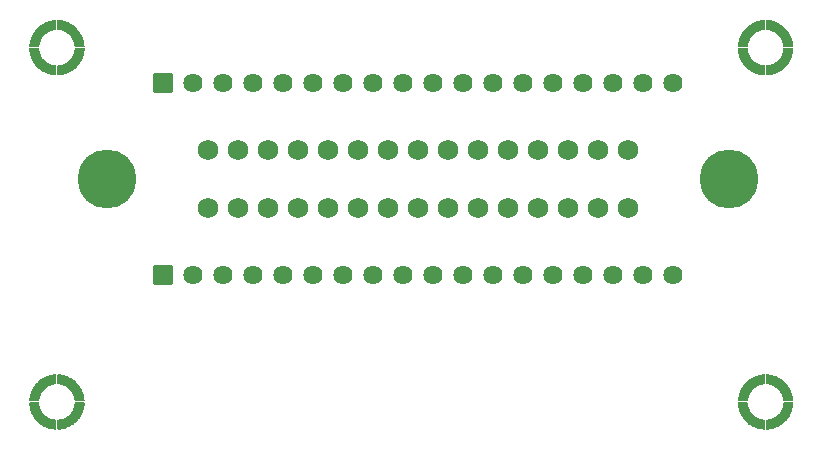
<source format=gts>
G04 Layer: TopSolderMaskLayer*
G04 EasyEDA v6.5.22, 2023-04-21 16:03:43*
G04 4c68439a23b5444c8928c868920feb27,770f932475b44407b2c7c1ef503837d0,10*
G04 Gerber Generator version 0.2*
G04 Scale: 100 percent, Rotated: No, Reflected: No *
G04 Dimensions in millimeters *
G04 leading zeros omitted , absolute positions ,4 integer and 5 decimal *
%FSLAX45Y45*%
%MOMM*%

%AMMACRO1*1,1,$1,$2,$3*1,1,$1,$4,$5*1,1,$1,0-$2,0-$3*1,1,$1,0-$4,0-$5*20,1,$1,$2,$3,$4,$5,0*20,1,$1,$4,$5,0-$2,0-$3,0*20,1,$1,0-$2,0-$3,0-$4,0-$5,0*20,1,$1,0-$4,0-$5,$2,$3,0*4,1,4,$2,$3,$4,$5,0-$2,0-$3,0-$4,0-$5,$2,$3,0*%
%ADD10MACRO1,0.1016X-0.762X0.762X-0.762X-0.762*%
%ADD11C,1.6256*%
%ADD12C,1.7516*%
%ADD13C,4.9766*%

%LPD*%
D10*
G01*
X-5099989Y-1925599D03*
D11*
G01*
X-4845989Y-1925599D03*
G01*
X-4591989Y-1925599D03*
G01*
X-4337989Y-1925599D03*
G01*
X-4083989Y-1925599D03*
G01*
X-3829989Y-1925599D03*
G01*
X-3575989Y-1925599D03*
G01*
X-3321989Y-1925599D03*
G01*
X-3067989Y-1925599D03*
G01*
X-2813989Y-1925599D03*
G01*
X-2559989Y-1925599D03*
G01*
X-2305989Y-1925599D03*
G01*
X-2051989Y-1925599D03*
G01*
X-1797989Y-1925599D03*
G01*
X-1543989Y-1925599D03*
G01*
X-1289989Y-1925599D03*
G01*
X-1035989Y-1925599D03*
G01*
X-781989Y-1925599D03*
D10*
G01*
X-5099989Y-299999D03*
D11*
G01*
X-4845989Y-299999D03*
G01*
X-4591989Y-299999D03*
G01*
X-4337989Y-299999D03*
G01*
X-4083989Y-299999D03*
G01*
X-3829989Y-299999D03*
G01*
X-3575989Y-299999D03*
G01*
X-3321989Y-299999D03*
G01*
X-3067989Y-299999D03*
G01*
X-2813989Y-299999D03*
G01*
X-2559989Y-299999D03*
G01*
X-2305989Y-299999D03*
G01*
X-2051989Y-299999D03*
G01*
X-1797989Y-299999D03*
G01*
X-1543989Y-299999D03*
G01*
X-1289989Y-299999D03*
G01*
X-1035989Y-299999D03*
G01*
X-781989Y-299999D03*
G36*
X-5845350Y4612D02*
G01*
X-5846874Y4866D01*
X-5848144Y5628D01*
X-5849160Y6644D01*
X-5849922Y7914D01*
X-5850430Y9184D01*
X-5850305Y9245D01*
X-5850813Y14833D01*
X-5851575Y20421D01*
X-5851321Y20421D01*
X-5852337Y26009D01*
X-5853353Y31343D01*
X-5854623Y36677D01*
X-5856147Y42265D01*
X-5857671Y47345D01*
X-5861735Y57759D01*
X-5864021Y63093D01*
X-5866307Y67919D01*
X-5868847Y72745D01*
X-5871641Y77571D01*
X-5874689Y82397D01*
X-5877991Y86969D01*
X-5877737Y86969D01*
X-5881293Y91541D01*
X-5884595Y95605D01*
X-5888151Y99923D01*
X-5891961Y103987D01*
X-5896025Y108051D01*
X-5900089Y111861D01*
X-5900089Y111607D01*
X-5904407Y115417D01*
X-5904407Y115516D01*
X-5908725Y118973D01*
X-5913043Y122275D01*
X-5913043Y122021D01*
X-5917615Y125323D01*
X-5922441Y128371D01*
X-5927267Y131165D01*
X-5936919Y135991D01*
X-5941999Y138277D01*
X-5947333Y140563D01*
X-5945568Y145105D01*
X-5947333Y140309D01*
X-5952667Y142341D01*
X-5963335Y145389D01*
X-5968669Y146659D01*
X-5974257Y147675D01*
X-5979591Y148691D01*
X-5990767Y149707D01*
X-5990856Y149611D01*
X-5992126Y150119D01*
X-5993396Y150881D01*
X-5994412Y151897D01*
X-5995174Y153167D01*
X-5995428Y154691D01*
X-5995339Y154787D01*
X-5995339Y229717D01*
X-5995428Y229692D01*
X-5995174Y231216D01*
X-5994412Y232740D01*
X-5993142Y233756D01*
X-5991618Y234518D01*
X-5990094Y234772D01*
X-5990005Y234797D01*
X-5983147Y234289D01*
X-5982893Y234289D01*
X-5976035Y233781D01*
X-5975781Y233527D01*
X-5968923Y232765D01*
X-5968669Y232765D01*
X-5961811Y231749D01*
X-5954953Y230479D01*
X-5954699Y230479D01*
X-5940983Y227431D01*
X-5940729Y227177D01*
X-5934125Y225399D01*
X-5933871Y225399D01*
X-5927267Y223367D01*
X-5920663Y221081D01*
X-5920409Y221081D01*
X-5913805Y218541D01*
X-5907201Y215747D01*
X-5900851Y212953D01*
X-5900597Y212699D01*
X-5894501Y209651D01*
X-5894247Y209651D01*
X-5888151Y206349D01*
X-5887897Y206349D01*
X-5881801Y203047D01*
X-5881801Y202793D01*
X-5875705Y199237D01*
X-5869863Y195427D01*
X-5869609Y195427D01*
X-5864021Y191363D01*
X-5863767Y191363D01*
X-5858179Y187299D01*
X-5858179Y187045D01*
X-5852591Y182727D01*
X-5852337Y182727D01*
X-5841669Y173583D01*
X-5841669Y173329D01*
X-5836589Y168503D01*
X-5836335Y168503D01*
X-5831509Y163677D01*
X-5831509Y163423D01*
X-5826683Y158343D01*
X-5826429Y158343D01*
X-5817285Y147675D01*
X-5817285Y147421D01*
X-5812967Y142087D01*
X-5812967Y141833D01*
X-5808649Y136245D01*
X-5804585Y130403D01*
X-5804585Y130149D01*
X-5800775Y124307D01*
X-5797219Y118211D01*
X-5796965Y118211D01*
X-5793663Y112115D01*
X-5793663Y111861D01*
X-5790361Y105765D01*
X-5787313Y99415D01*
X-5787059Y99161D01*
X-5784265Y92811D01*
X-5781471Y86207D01*
X-5779185Y79603D01*
X-5778931Y79349D01*
X-5776645Y72999D01*
X-5776645Y72745D01*
X-5774613Y66141D01*
X-5774613Y65887D01*
X-5772835Y59283D01*
X-5772835Y59029D01*
X-5771057Y52171D01*
X-5769533Y45313D01*
X-5769533Y45059D01*
X-5768263Y38201D01*
X-5767247Y31343D01*
X-5767247Y31089D01*
X-5766485Y24231D01*
X-5766485Y23977D01*
X-5765723Y17119D01*
X-5765723Y16865D01*
X-5765469Y10007D01*
X-5765269Y9946D01*
X-5765523Y8422D01*
X-5766285Y6898D01*
X-5767301Y5628D01*
X-5768825Y4866D01*
X-5770349Y4612D01*
X-5770295Y4673D01*
X-5845225Y4673D01*
G37*
G36*
X-6009899Y-234772D02*
G01*
X-6009817Y-234594D01*
X-6016929Y-234340D01*
X-6031153Y-232816D01*
X-6038011Y-231800D01*
X-6038265Y-231800D01*
X-6045123Y-230530D01*
X-6045377Y-230530D01*
X-6051981Y-229006D01*
X-6052235Y-229006D01*
X-6065951Y-225450D01*
X-6072809Y-223418D01*
X-6072809Y-223164D01*
X-6079413Y-221132D01*
X-6079667Y-220878D01*
X-6086017Y-218592D01*
X-6086271Y-218338D01*
X-6092621Y-215798D01*
X-6092875Y-215798D01*
X-6105575Y-209702D01*
X-6105829Y-209702D01*
X-6118021Y-203098D01*
X-6118275Y-202844D01*
X-6124117Y-199288D01*
X-6124371Y-199288D01*
X-6130213Y-195478D01*
X-6130213Y-195224D01*
X-6136055Y-191414D01*
X-6136309Y-191414D01*
X-6147485Y-182778D01*
X-6152819Y-178206D01*
X-6153073Y-178206D01*
X-6158153Y-173380D01*
X-6158407Y-173380D01*
X-6163487Y-168554D01*
X-6168567Y-163474D01*
X-6173393Y-158394D01*
X-6177965Y-153060D01*
X-6178219Y-153060D01*
X-6182537Y-147472D01*
X-6182791Y-147472D01*
X-6187109Y-141884D01*
X-6191173Y-136296D01*
X-6191427Y-136042D01*
X-6195237Y-130454D01*
X-6195491Y-130200D01*
X-6199047Y-124358D01*
X-6199301Y-124358D01*
X-6206413Y-112166D01*
X-6206413Y-111912D01*
X-6209715Y-105816D01*
X-6209715Y-105562D01*
X-6212763Y-99466D01*
X-6212763Y-99212D01*
X-6215557Y-92862D01*
X-6215811Y-92608D01*
X-6218351Y-86258D01*
X-6220891Y-79654D01*
X-6220891Y-79400D01*
X-6225463Y-66192D01*
X-6225463Y-65938D01*
X-6227241Y-59334D01*
X-6227241Y-59080D01*
X-6229019Y-52222D01*
X-6230543Y-45364D01*
X-6230543Y-45110D01*
X-6231813Y-38252D01*
X-6232829Y-31140D01*
X-6233591Y-24282D01*
X-6233591Y-24028D01*
X-6234099Y-17170D01*
X-6234353Y-16916D01*
X-6234607Y-10058D01*
X-6234724Y-9946D01*
X-6234470Y-8422D01*
X-6233708Y-6898D01*
X-6232692Y-5628D01*
X-6231168Y-4866D01*
X-6229644Y-4612D01*
X-6229527Y-4724D01*
X-6154597Y-4724D01*
X-6154643Y-4612D01*
X-6153119Y-4866D01*
X-6151849Y-5628D01*
X-6150833Y-6644D01*
X-6150071Y-7914D01*
X-6149563Y-9184D01*
X-6149771Y-9296D01*
X-6149263Y-14884D01*
X-6147739Y-25806D01*
X-6146723Y-31394D01*
X-6145453Y-36728D01*
X-6143929Y-42062D01*
X-6140373Y-52730D01*
X-6138341Y-57810D01*
X-6136055Y-62890D01*
X-6133515Y-67970D01*
X-6133769Y-67970D01*
X-6128181Y-77622D01*
X-6125387Y-82194D01*
X-6122085Y-87020D01*
X-6115481Y-95656D01*
X-6111671Y-99974D01*
X-6111925Y-99974D01*
X-6107861Y-104038D01*
X-6108115Y-104038D01*
X-6104051Y-108102D01*
X-6104051Y-107848D01*
X-6099987Y-111912D01*
X-6099987Y-111658D01*
X-6095669Y-115468D01*
X-6091351Y-119024D01*
X-6091351Y-118770D01*
X-6087033Y-122072D01*
X-6082207Y-125374D01*
X-6077635Y-128422D01*
X-6077635Y-128168D01*
X-6072809Y-131216D01*
X-6072809Y-130962D01*
X-6067729Y-133756D01*
X-6062903Y-136296D01*
X-6062903Y-136042D01*
X-6057823Y-138328D01*
X-6052489Y-140360D01*
X-6047409Y-142392D01*
X-6047409Y-142138D01*
X-6042075Y-143916D01*
X-6036741Y-145440D01*
X-6031153Y-146710D01*
X-6025819Y-147726D01*
X-6020231Y-148488D01*
X-6014897Y-149250D01*
X-6009309Y-149758D01*
X-6009137Y-149611D01*
X-6007867Y-150119D01*
X-6006597Y-150881D01*
X-6005581Y-151897D01*
X-6004819Y-153167D01*
X-6004565Y-154691D01*
X-6004737Y-154584D01*
X-6004737Y-229768D01*
X-6004565Y-229692D01*
X-6004819Y-231216D01*
X-6005581Y-232740D01*
X-6006851Y-233756D01*
X-6008375Y-234518D01*
G37*
G36*
X-6229685Y4569D02*
G01*
X-6231209Y4823D01*
X-6232733Y5585D01*
X-6233749Y6855D01*
X-6234511Y8379D01*
X-6234765Y9903D01*
X-6234607Y10007D01*
X-6234353Y16865D01*
X-6234353Y17119D01*
X-6233591Y23977D01*
X-6233591Y24231D01*
X-6232829Y31089D01*
X-6232829Y31343D01*
X-6231813Y38201D01*
X-6230543Y45059D01*
X-6230543Y45313D01*
X-6229019Y52171D01*
X-6227241Y59029D01*
X-6227241Y59283D01*
X-6225463Y65887D01*
X-6225463Y66141D01*
X-6223431Y72745D01*
X-6223177Y72745D01*
X-6220891Y79349D01*
X-6220891Y79603D01*
X-6218605Y86207D01*
X-6218351Y86207D01*
X-6215811Y92557D01*
X-6215811Y92811D01*
X-6212763Y99161D01*
X-6212763Y99415D01*
X-6209715Y105511D01*
X-6209715Y105765D01*
X-6206413Y111861D01*
X-6206413Y112115D01*
X-6199301Y124307D01*
X-6195491Y130149D01*
X-6195237Y130403D01*
X-6191427Y135991D01*
X-6191173Y136245D01*
X-6187109Y141833D01*
X-6182791Y147421D01*
X-6182791Y147675D01*
X-6178219Y153009D01*
X-6173393Y158343D01*
X-6168567Y163423D01*
X-6163487Y168503D01*
X-6158407Y173329D01*
X-6158153Y173583D01*
X-6153073Y178155D01*
X-6152819Y178155D01*
X-6147485Y182727D01*
X-6136309Y191363D01*
X-6136055Y191363D01*
X-6130467Y195427D01*
X-6130213Y195427D01*
X-6124371Y199237D01*
X-6118275Y202793D01*
X-6118275Y203047D01*
X-6112179Y206349D01*
X-6111925Y206349D01*
X-6105829Y209651D01*
X-6105575Y209651D01*
X-6099479Y212699D01*
X-6099225Y212953D01*
X-6092875Y215747D01*
X-6092621Y215747D01*
X-6086271Y218287D01*
X-6086017Y218541D01*
X-6079667Y220827D01*
X-6079413Y221081D01*
X-6072809Y223113D01*
X-6072809Y223367D01*
X-6065951Y225399D01*
X-6052235Y228955D01*
X-6045377Y230479D01*
X-6045123Y230479D01*
X-6038265Y231749D01*
X-6031153Y232765D01*
X-6024295Y233527D01*
X-6024041Y233527D01*
X-6017183Y234289D01*
X-6016929Y234289D01*
X-6010071Y234543D01*
X-6009939Y234729D01*
X-6008415Y234475D01*
X-6006891Y233713D01*
X-6005621Y232697D01*
X-6004859Y231173D01*
X-6004605Y229649D01*
X-6004737Y229717D01*
X-6004737Y154533D01*
X-6004605Y154647D01*
X-6004859Y153123D01*
X-6005621Y151853D01*
X-6006637Y150837D01*
X-6007907Y150075D01*
X-6009177Y149567D01*
X-6009309Y149707D01*
X-6014897Y149199D01*
X-6020231Y148437D01*
X-6025819Y147675D01*
X-6031407Y146659D01*
X-6036741Y145389D01*
X-6042075Y143865D01*
X-6047663Y142087D01*
X-6047663Y142341D01*
X-6052489Y140309D01*
X-6057823Y138277D01*
X-6063157Y135991D01*
X-6067983Y133705D01*
X-6073063Y130911D01*
X-6077635Y128117D01*
X-6077635Y128371D01*
X-6082207Y125323D01*
X-6087033Y122021D01*
X-6091605Y118719D01*
X-6095923Y115473D01*
X-6095669Y115417D01*
X-6099987Y111607D01*
X-6099987Y111861D01*
X-6104051Y107797D01*
X-6104051Y108051D01*
X-6108115Y103987D01*
X-6107861Y103987D01*
X-6111925Y99923D01*
X-6111671Y99923D01*
X-6115481Y95605D01*
X-6119037Y91287D01*
X-6122339Y86969D01*
X-6122085Y86969D01*
X-6125387Y82143D01*
X-6128435Y77571D01*
X-6131229Y72745D01*
X-6133769Y67919D01*
X-6138341Y57759D01*
X-6142405Y47599D01*
X-6142151Y47599D01*
X-6143929Y42011D01*
X-6145453Y36677D01*
X-6146723Y31343D01*
X-6147739Y25755D01*
X-6149263Y14833D01*
X-6149771Y9245D01*
X-6149604Y9141D01*
X-6150112Y7871D01*
X-6150874Y6601D01*
X-6151890Y5585D01*
X-6153160Y4823D01*
X-6154684Y4569D01*
X-6154597Y4673D01*
X-6229781Y4673D01*
G37*
G36*
X-5990043Y-234726D02*
G01*
X-5991567Y-234472D01*
X-5993091Y-233710D01*
X-5994361Y-232694D01*
X-5995123Y-231170D01*
X-5995377Y-229646D01*
X-5995339Y-229768D01*
X-5995339Y-154584D01*
X-5995377Y-154645D01*
X-5995123Y-153121D01*
X-5994361Y-151851D01*
X-5993345Y-150835D01*
X-5992075Y-150073D01*
X-5990805Y-149565D01*
X-5990767Y-149758D01*
X-5985179Y-149250D01*
X-5979591Y-148488D01*
X-5974257Y-147726D01*
X-5968669Y-146710D01*
X-5963335Y-145440D01*
X-5958001Y-143916D01*
X-5952413Y-142138D01*
X-5952413Y-142392D01*
X-5942253Y-138328D01*
X-5937173Y-136042D01*
X-5931839Y-133502D01*
X-5927013Y-130962D01*
X-5922187Y-128168D01*
X-5917615Y-125120D01*
X-5917615Y-125374D01*
X-5913043Y-122072D01*
X-5913043Y-122326D01*
X-5908471Y-118770D01*
X-5904153Y-115214D01*
X-5904153Y-115468D01*
X-5899835Y-111658D01*
X-5895771Y-107848D01*
X-5891961Y-104038D01*
X-5888151Y-99974D01*
X-5881039Y-91338D01*
X-5877737Y-86766D01*
X-5871641Y-77622D01*
X-5868847Y-72796D01*
X-5866307Y-67716D01*
X-5863767Y-62890D01*
X-5861481Y-57810D01*
X-5861735Y-57810D01*
X-5859703Y-52730D01*
X-5857671Y-47396D01*
X-5855893Y-42316D01*
X-5856147Y-42316D01*
X-5854623Y-36728D01*
X-5853353Y-31140D01*
X-5852337Y-25806D01*
X-5851321Y-20218D01*
X-5850305Y-9296D01*
X-5850379Y-9138D01*
X-5849871Y-7868D01*
X-5849109Y-6598D01*
X-5848093Y-5582D01*
X-5846823Y-4820D01*
X-5845299Y-4566D01*
X-5845225Y-4724D01*
X-5770295Y-4724D01*
X-5770298Y-4566D01*
X-5768774Y-4820D01*
X-5767250Y-5582D01*
X-5766234Y-6852D01*
X-5765472Y-8376D01*
X-5765218Y-9900D01*
X-5765215Y-10058D01*
X-5765723Y-16916D01*
X-5765723Y-17170D01*
X-5766231Y-24028D01*
X-5767247Y-31140D01*
X-5768263Y-37998D01*
X-5768263Y-38252D01*
X-5769533Y-45110D01*
X-5769533Y-45364D01*
X-5772581Y-59080D01*
X-5776645Y-72796D01*
X-5778931Y-79400D01*
X-5778931Y-79654D01*
X-5781471Y-86004D01*
X-5781471Y-86258D01*
X-5784265Y-92608D01*
X-5784265Y-92862D01*
X-5787059Y-99212D01*
X-5790107Y-105562D01*
X-5790361Y-105816D01*
X-5793409Y-111912D01*
X-5793663Y-112166D01*
X-5796965Y-118008D01*
X-5796965Y-118262D01*
X-5800775Y-124104D01*
X-5800775Y-124358D01*
X-5804585Y-130200D01*
X-5804585Y-130454D01*
X-5808649Y-136042D01*
X-5808649Y-136296D01*
X-5812713Y-141884D01*
X-5812967Y-141884D01*
X-5817285Y-147472D01*
X-5821857Y-152806D01*
X-5821857Y-153060D01*
X-5826429Y-158140D01*
X-5826683Y-158394D01*
X-5831255Y-163474D01*
X-5831509Y-163474D01*
X-5836335Y-168554D01*
X-5836589Y-168554D01*
X-5841669Y-173380D01*
X-5847003Y-178206D01*
X-5852337Y-182524D01*
X-5852591Y-182778D01*
X-5857925Y-187096D01*
X-5858179Y-187096D01*
X-5863767Y-191160D01*
X-5863767Y-191414D01*
X-5869609Y-195224D01*
X-5869609Y-195478D01*
X-5875705Y-199288D01*
X-5887897Y-206400D01*
X-5888151Y-206400D01*
X-5894247Y-209702D01*
X-5900597Y-212750D01*
X-5900851Y-212750D01*
X-5907201Y-215798D01*
X-5920409Y-220878D01*
X-5927013Y-223164D01*
X-5927267Y-223164D01*
X-5933871Y-225450D01*
X-5934125Y-225450D01*
X-5940729Y-227228D01*
X-5940983Y-227228D01*
X-5947587Y-229006D01*
X-5947841Y-229006D01*
X-5954699Y-230530D01*
X-5961557Y-231800D01*
X-5961811Y-231800D01*
X-5968669Y-232816D01*
X-5968923Y-232816D01*
X-5975781Y-233578D01*
X-5976035Y-233578D01*
X-5982893Y-234340D01*
X-5983147Y-234340D01*
X-5990005Y-234594D01*
G37*
G36*
X-5845350Y-2995381D02*
G01*
X-5846874Y-2995127D01*
X-5848144Y-2994365D01*
X-5849160Y-2993349D01*
X-5849922Y-2992079D01*
X-5850430Y-2990809D01*
X-5850305Y-2990748D01*
X-5850813Y-2985160D01*
X-5851575Y-2979572D01*
X-5851321Y-2979572D01*
X-5852337Y-2973984D01*
X-5853353Y-2968650D01*
X-5854623Y-2963316D01*
X-5856147Y-2957728D01*
X-5857671Y-2952648D01*
X-5861735Y-2942234D01*
X-5864021Y-2936900D01*
X-5866307Y-2932074D01*
X-5868847Y-2927248D01*
X-5871641Y-2922422D01*
X-5874689Y-2917596D01*
X-5877991Y-2913024D01*
X-5877737Y-2913024D01*
X-5881293Y-2908452D01*
X-5884595Y-2904388D01*
X-5888151Y-2900070D01*
X-5891961Y-2896006D01*
X-5896025Y-2891942D01*
X-5900089Y-2888132D01*
X-5900089Y-2888386D01*
X-5904407Y-2884576D01*
X-5904407Y-2884477D01*
X-5908725Y-2881020D01*
X-5913043Y-2877718D01*
X-5913043Y-2877972D01*
X-5917615Y-2874670D01*
X-5922441Y-2871622D01*
X-5927267Y-2868828D01*
X-5936919Y-2864002D01*
X-5941999Y-2861716D01*
X-5947333Y-2859430D01*
X-5945568Y-2854888D01*
X-5947333Y-2859684D01*
X-5952667Y-2857652D01*
X-5963335Y-2854604D01*
X-5968669Y-2853334D01*
X-5974257Y-2852318D01*
X-5979591Y-2851302D01*
X-5990767Y-2850286D01*
X-5990856Y-2850382D01*
X-5992126Y-2849874D01*
X-5993396Y-2849112D01*
X-5994412Y-2848096D01*
X-5995174Y-2846826D01*
X-5995428Y-2845302D01*
X-5995339Y-2845206D01*
X-5995339Y-2770276D01*
X-5995428Y-2770301D01*
X-5995174Y-2768777D01*
X-5994412Y-2767253D01*
X-5993142Y-2766237D01*
X-5991618Y-2765475D01*
X-5990094Y-2765221D01*
X-5990005Y-2765196D01*
X-5983147Y-2765704D01*
X-5982893Y-2765704D01*
X-5976035Y-2766212D01*
X-5975781Y-2766466D01*
X-5968923Y-2767228D01*
X-5968669Y-2767228D01*
X-5961811Y-2768244D01*
X-5954953Y-2769514D01*
X-5954699Y-2769514D01*
X-5940983Y-2772562D01*
X-5940729Y-2772816D01*
X-5934125Y-2774594D01*
X-5933871Y-2774594D01*
X-5927267Y-2776626D01*
X-5920663Y-2778912D01*
X-5920409Y-2778912D01*
X-5913805Y-2781452D01*
X-5907201Y-2784246D01*
X-5900851Y-2787040D01*
X-5900597Y-2787294D01*
X-5894501Y-2790342D01*
X-5894247Y-2790342D01*
X-5888151Y-2793644D01*
X-5887897Y-2793644D01*
X-5881801Y-2796946D01*
X-5881801Y-2797200D01*
X-5875705Y-2800756D01*
X-5869863Y-2804566D01*
X-5869609Y-2804566D01*
X-5864021Y-2808630D01*
X-5863767Y-2808630D01*
X-5858179Y-2812694D01*
X-5858179Y-2812948D01*
X-5852591Y-2817266D01*
X-5852337Y-2817266D01*
X-5841669Y-2826410D01*
X-5841669Y-2826664D01*
X-5836589Y-2831490D01*
X-5836335Y-2831490D01*
X-5831509Y-2836316D01*
X-5831509Y-2836570D01*
X-5826683Y-2841650D01*
X-5826429Y-2841650D01*
X-5817285Y-2852318D01*
X-5817285Y-2852572D01*
X-5812967Y-2857906D01*
X-5812967Y-2858160D01*
X-5808649Y-2863748D01*
X-5804585Y-2869590D01*
X-5804585Y-2869844D01*
X-5800775Y-2875686D01*
X-5797219Y-2881782D01*
X-5796965Y-2881782D01*
X-5793663Y-2887878D01*
X-5793663Y-2888132D01*
X-5790361Y-2894228D01*
X-5787313Y-2900578D01*
X-5787059Y-2900832D01*
X-5784265Y-2907182D01*
X-5781471Y-2913786D01*
X-5779185Y-2920390D01*
X-5778931Y-2920644D01*
X-5776645Y-2926994D01*
X-5776645Y-2927248D01*
X-5774613Y-2933852D01*
X-5774613Y-2934106D01*
X-5772835Y-2940710D01*
X-5772835Y-2940964D01*
X-5771057Y-2947822D01*
X-5769533Y-2954680D01*
X-5769533Y-2954934D01*
X-5768263Y-2961792D01*
X-5767247Y-2968650D01*
X-5767247Y-2968904D01*
X-5766485Y-2975762D01*
X-5766485Y-2976016D01*
X-5765723Y-2982874D01*
X-5765723Y-2983128D01*
X-5765469Y-2989986D01*
X-5765269Y-2990047D01*
X-5765523Y-2991571D01*
X-5766285Y-2993095D01*
X-5767301Y-2994365D01*
X-5768825Y-2995127D01*
X-5770349Y-2995381D01*
X-5770295Y-2995320D01*
X-5845225Y-2995320D01*
G37*
G36*
X-6009899Y-3234766D02*
G01*
X-6009817Y-3234588D01*
X-6016929Y-3234334D01*
X-6031153Y-3232810D01*
X-6038011Y-3231794D01*
X-6038265Y-3231794D01*
X-6045123Y-3230524D01*
X-6045377Y-3230524D01*
X-6051981Y-3229000D01*
X-6052235Y-3229000D01*
X-6065951Y-3225444D01*
X-6072809Y-3223412D01*
X-6072809Y-3223158D01*
X-6079413Y-3221126D01*
X-6079667Y-3220872D01*
X-6086017Y-3218586D01*
X-6086271Y-3218332D01*
X-6092621Y-3215792D01*
X-6092875Y-3215792D01*
X-6105575Y-3209696D01*
X-6105829Y-3209696D01*
X-6118021Y-3203092D01*
X-6118275Y-3202838D01*
X-6124117Y-3199282D01*
X-6124371Y-3199282D01*
X-6130213Y-3195472D01*
X-6130213Y-3195218D01*
X-6136055Y-3191408D01*
X-6136309Y-3191408D01*
X-6147485Y-3182772D01*
X-6152819Y-3178200D01*
X-6153073Y-3178200D01*
X-6158153Y-3173374D01*
X-6158407Y-3173374D01*
X-6163487Y-3168548D01*
X-6168567Y-3163468D01*
X-6173393Y-3158388D01*
X-6177965Y-3153054D01*
X-6178219Y-3153054D01*
X-6182537Y-3147466D01*
X-6182791Y-3147466D01*
X-6187109Y-3141878D01*
X-6191173Y-3136290D01*
X-6191427Y-3136036D01*
X-6195237Y-3130448D01*
X-6195491Y-3130194D01*
X-6199047Y-3124352D01*
X-6199301Y-3124352D01*
X-6206413Y-3112160D01*
X-6206413Y-3111906D01*
X-6209715Y-3105810D01*
X-6209715Y-3105556D01*
X-6212763Y-3099460D01*
X-6212763Y-3099206D01*
X-6215557Y-3092856D01*
X-6215811Y-3092602D01*
X-6218351Y-3086252D01*
X-6220891Y-3079648D01*
X-6220891Y-3079394D01*
X-6225463Y-3066186D01*
X-6225463Y-3065932D01*
X-6227241Y-3059328D01*
X-6227241Y-3059074D01*
X-6229019Y-3052216D01*
X-6230543Y-3045358D01*
X-6230543Y-3045104D01*
X-6231813Y-3038246D01*
X-6232829Y-3031134D01*
X-6233591Y-3024276D01*
X-6233591Y-3024022D01*
X-6234099Y-3017164D01*
X-6234353Y-3016910D01*
X-6234607Y-3010052D01*
X-6234724Y-3009940D01*
X-6234470Y-3008416D01*
X-6233708Y-3006892D01*
X-6232692Y-3005622D01*
X-6231168Y-3004860D01*
X-6229644Y-3004606D01*
X-6229527Y-3004718D01*
X-6154597Y-3004718D01*
X-6154643Y-3004606D01*
X-6153119Y-3004860D01*
X-6151849Y-3005622D01*
X-6150833Y-3006638D01*
X-6150071Y-3007908D01*
X-6149563Y-3009178D01*
X-6149771Y-3009290D01*
X-6149263Y-3014878D01*
X-6147739Y-3025800D01*
X-6146723Y-3031388D01*
X-6145453Y-3036722D01*
X-6143929Y-3042056D01*
X-6140373Y-3052724D01*
X-6138341Y-3057804D01*
X-6136055Y-3062884D01*
X-6133515Y-3067964D01*
X-6133769Y-3067964D01*
X-6128181Y-3077616D01*
X-6125387Y-3082188D01*
X-6122085Y-3087014D01*
X-6115481Y-3095650D01*
X-6111671Y-3099968D01*
X-6111925Y-3099968D01*
X-6107861Y-3104032D01*
X-6108115Y-3104032D01*
X-6104051Y-3108096D01*
X-6104051Y-3107842D01*
X-6099987Y-3111906D01*
X-6099987Y-3111652D01*
X-6095669Y-3115462D01*
X-6091351Y-3119018D01*
X-6091351Y-3118764D01*
X-6087033Y-3122066D01*
X-6082207Y-3125368D01*
X-6077635Y-3128416D01*
X-6077635Y-3128162D01*
X-6072809Y-3131210D01*
X-6072809Y-3130956D01*
X-6067729Y-3133750D01*
X-6062903Y-3136290D01*
X-6062903Y-3136036D01*
X-6057823Y-3138322D01*
X-6052489Y-3140354D01*
X-6047409Y-3142386D01*
X-6047409Y-3142132D01*
X-6042075Y-3143910D01*
X-6036741Y-3145434D01*
X-6031153Y-3146704D01*
X-6025819Y-3147720D01*
X-6020231Y-3148482D01*
X-6014897Y-3149244D01*
X-6009309Y-3149752D01*
X-6009137Y-3149605D01*
X-6007867Y-3150113D01*
X-6006597Y-3150875D01*
X-6005581Y-3151891D01*
X-6004819Y-3153161D01*
X-6004565Y-3154685D01*
X-6004737Y-3154578D01*
X-6004737Y-3229762D01*
X-6004565Y-3229686D01*
X-6004819Y-3231210D01*
X-6005581Y-3232734D01*
X-6006851Y-3233750D01*
X-6008375Y-3234512D01*
G37*
G36*
X-6229685Y-2995424D02*
G01*
X-6231209Y-2995170D01*
X-6232733Y-2994408D01*
X-6233749Y-2993138D01*
X-6234511Y-2991614D01*
X-6234765Y-2990090D01*
X-6234607Y-2989986D01*
X-6234353Y-2983128D01*
X-6234353Y-2982874D01*
X-6233591Y-2976016D01*
X-6233591Y-2975762D01*
X-6232829Y-2968904D01*
X-6232829Y-2968650D01*
X-6231813Y-2961792D01*
X-6230543Y-2954934D01*
X-6230543Y-2954680D01*
X-6229019Y-2947822D01*
X-6227241Y-2940964D01*
X-6227241Y-2940710D01*
X-6225463Y-2934106D01*
X-6225463Y-2933852D01*
X-6223431Y-2927248D01*
X-6223177Y-2927248D01*
X-6220891Y-2920644D01*
X-6220891Y-2920390D01*
X-6218605Y-2913786D01*
X-6218351Y-2913786D01*
X-6215811Y-2907436D01*
X-6215811Y-2907182D01*
X-6212763Y-2900832D01*
X-6212763Y-2900578D01*
X-6209715Y-2894482D01*
X-6209715Y-2894228D01*
X-6206413Y-2888132D01*
X-6206413Y-2887878D01*
X-6199301Y-2875686D01*
X-6195491Y-2869844D01*
X-6195237Y-2869590D01*
X-6191427Y-2864002D01*
X-6191173Y-2863748D01*
X-6187109Y-2858160D01*
X-6182791Y-2852572D01*
X-6182791Y-2852318D01*
X-6178219Y-2846984D01*
X-6173393Y-2841650D01*
X-6168567Y-2836570D01*
X-6163487Y-2831490D01*
X-6158407Y-2826664D01*
X-6158153Y-2826410D01*
X-6153073Y-2821838D01*
X-6152819Y-2821838D01*
X-6147485Y-2817266D01*
X-6136309Y-2808630D01*
X-6136055Y-2808630D01*
X-6130467Y-2804566D01*
X-6130213Y-2804566D01*
X-6124371Y-2800756D01*
X-6118275Y-2797200D01*
X-6118275Y-2796946D01*
X-6112179Y-2793644D01*
X-6111925Y-2793644D01*
X-6105829Y-2790342D01*
X-6105575Y-2790342D01*
X-6099479Y-2787294D01*
X-6099225Y-2787040D01*
X-6092875Y-2784246D01*
X-6092621Y-2784246D01*
X-6086271Y-2781706D01*
X-6086017Y-2781452D01*
X-6079667Y-2779166D01*
X-6079413Y-2778912D01*
X-6072809Y-2776880D01*
X-6072809Y-2776626D01*
X-6065951Y-2774594D01*
X-6052235Y-2771038D01*
X-6045377Y-2769514D01*
X-6045123Y-2769514D01*
X-6038265Y-2768244D01*
X-6031153Y-2767228D01*
X-6024295Y-2766466D01*
X-6024041Y-2766466D01*
X-6017183Y-2765704D01*
X-6016929Y-2765704D01*
X-6010071Y-2765450D01*
X-6009939Y-2765264D01*
X-6008415Y-2765518D01*
X-6006891Y-2766280D01*
X-6005621Y-2767296D01*
X-6004859Y-2768820D01*
X-6004605Y-2770344D01*
X-6004737Y-2770276D01*
X-6004737Y-2845460D01*
X-6004605Y-2845346D01*
X-6004859Y-2846870D01*
X-6005621Y-2848140D01*
X-6006637Y-2849156D01*
X-6007907Y-2849918D01*
X-6009177Y-2850426D01*
X-6009309Y-2850286D01*
X-6014897Y-2850794D01*
X-6020231Y-2851556D01*
X-6025819Y-2852318D01*
X-6031407Y-2853334D01*
X-6036741Y-2854604D01*
X-6042075Y-2856128D01*
X-6047663Y-2857906D01*
X-6047663Y-2857652D01*
X-6052489Y-2859684D01*
X-6057823Y-2861716D01*
X-6063157Y-2864002D01*
X-6067983Y-2866288D01*
X-6073063Y-2869082D01*
X-6077635Y-2871876D01*
X-6077635Y-2871622D01*
X-6082207Y-2874670D01*
X-6087033Y-2877972D01*
X-6091605Y-2881274D01*
X-6095923Y-2884520D01*
X-6095669Y-2884576D01*
X-6099987Y-2888386D01*
X-6099987Y-2888132D01*
X-6104051Y-2892196D01*
X-6104051Y-2891942D01*
X-6108115Y-2896006D01*
X-6107861Y-2896006D01*
X-6111925Y-2900070D01*
X-6111671Y-2900070D01*
X-6115481Y-2904388D01*
X-6119037Y-2908706D01*
X-6122339Y-2913024D01*
X-6122085Y-2913024D01*
X-6125387Y-2917850D01*
X-6128435Y-2922422D01*
X-6131229Y-2927248D01*
X-6133769Y-2932074D01*
X-6138341Y-2942234D01*
X-6142405Y-2952394D01*
X-6142151Y-2952394D01*
X-6143929Y-2957982D01*
X-6145453Y-2963316D01*
X-6146723Y-2968650D01*
X-6147739Y-2974238D01*
X-6149263Y-2985160D01*
X-6149771Y-2990748D01*
X-6149604Y-2990852D01*
X-6150112Y-2992122D01*
X-6150874Y-2993392D01*
X-6151890Y-2994408D01*
X-6153160Y-2995170D01*
X-6154684Y-2995424D01*
X-6154597Y-2995320D01*
X-6229781Y-2995320D01*
G37*
G36*
X-5990043Y-3234720D02*
G01*
X-5991567Y-3234466D01*
X-5993091Y-3233704D01*
X-5994361Y-3232688D01*
X-5995123Y-3231164D01*
X-5995377Y-3229640D01*
X-5995339Y-3229762D01*
X-5995339Y-3154578D01*
X-5995377Y-3154639D01*
X-5995123Y-3153115D01*
X-5994361Y-3151845D01*
X-5993345Y-3150829D01*
X-5992075Y-3150067D01*
X-5990805Y-3149559D01*
X-5990767Y-3149752D01*
X-5985179Y-3149244D01*
X-5979591Y-3148482D01*
X-5974257Y-3147720D01*
X-5968669Y-3146704D01*
X-5963335Y-3145434D01*
X-5958001Y-3143910D01*
X-5952413Y-3142132D01*
X-5952413Y-3142386D01*
X-5942253Y-3138322D01*
X-5937173Y-3136036D01*
X-5931839Y-3133496D01*
X-5927013Y-3130956D01*
X-5922187Y-3128162D01*
X-5917615Y-3125114D01*
X-5917615Y-3125368D01*
X-5913043Y-3122066D01*
X-5913043Y-3122320D01*
X-5908471Y-3118764D01*
X-5904153Y-3115208D01*
X-5904153Y-3115462D01*
X-5899835Y-3111652D01*
X-5895771Y-3107842D01*
X-5891961Y-3104032D01*
X-5888151Y-3099968D01*
X-5881039Y-3091332D01*
X-5877737Y-3086760D01*
X-5871641Y-3077616D01*
X-5868847Y-3072790D01*
X-5866307Y-3067710D01*
X-5863767Y-3062884D01*
X-5861481Y-3057804D01*
X-5861735Y-3057804D01*
X-5859703Y-3052724D01*
X-5857671Y-3047390D01*
X-5855893Y-3042310D01*
X-5856147Y-3042310D01*
X-5854623Y-3036722D01*
X-5853353Y-3031134D01*
X-5852337Y-3025800D01*
X-5851321Y-3020212D01*
X-5850305Y-3009290D01*
X-5850379Y-3009132D01*
X-5849871Y-3007862D01*
X-5849109Y-3006592D01*
X-5848093Y-3005576D01*
X-5846823Y-3004814D01*
X-5845299Y-3004560D01*
X-5845225Y-3004718D01*
X-5770295Y-3004718D01*
X-5770298Y-3004560D01*
X-5768774Y-3004814D01*
X-5767250Y-3005576D01*
X-5766234Y-3006846D01*
X-5765472Y-3008370D01*
X-5765218Y-3009894D01*
X-5765215Y-3010052D01*
X-5765723Y-3016910D01*
X-5765723Y-3017164D01*
X-5766231Y-3024022D01*
X-5767247Y-3031134D01*
X-5768263Y-3037992D01*
X-5768263Y-3038246D01*
X-5769533Y-3045104D01*
X-5769533Y-3045358D01*
X-5772581Y-3059074D01*
X-5776645Y-3072790D01*
X-5778931Y-3079394D01*
X-5778931Y-3079648D01*
X-5781471Y-3085998D01*
X-5781471Y-3086252D01*
X-5784265Y-3092602D01*
X-5784265Y-3092856D01*
X-5787059Y-3099206D01*
X-5790107Y-3105556D01*
X-5790361Y-3105810D01*
X-5793409Y-3111906D01*
X-5793663Y-3112160D01*
X-5796965Y-3118002D01*
X-5796965Y-3118256D01*
X-5800775Y-3124098D01*
X-5800775Y-3124352D01*
X-5804585Y-3130194D01*
X-5804585Y-3130448D01*
X-5808649Y-3136036D01*
X-5808649Y-3136290D01*
X-5812713Y-3141878D01*
X-5812967Y-3141878D01*
X-5817285Y-3147466D01*
X-5821857Y-3152800D01*
X-5821857Y-3153054D01*
X-5826429Y-3158134D01*
X-5826683Y-3158388D01*
X-5831255Y-3163468D01*
X-5831509Y-3163468D01*
X-5836335Y-3168548D01*
X-5836589Y-3168548D01*
X-5841669Y-3173374D01*
X-5847003Y-3178200D01*
X-5852337Y-3182518D01*
X-5852591Y-3182772D01*
X-5857925Y-3187090D01*
X-5858179Y-3187090D01*
X-5863767Y-3191154D01*
X-5863767Y-3191408D01*
X-5869609Y-3195218D01*
X-5869609Y-3195472D01*
X-5875705Y-3199282D01*
X-5887897Y-3206394D01*
X-5888151Y-3206394D01*
X-5894247Y-3209696D01*
X-5900597Y-3212744D01*
X-5900851Y-3212744D01*
X-5907201Y-3215792D01*
X-5920409Y-3220872D01*
X-5927013Y-3223158D01*
X-5927267Y-3223158D01*
X-5933871Y-3225444D01*
X-5934125Y-3225444D01*
X-5940729Y-3227222D01*
X-5940983Y-3227222D01*
X-5947587Y-3229000D01*
X-5947841Y-3229000D01*
X-5954699Y-3230524D01*
X-5961557Y-3231794D01*
X-5961811Y-3231794D01*
X-5968669Y-3232810D01*
X-5968923Y-3232810D01*
X-5975781Y-3233572D01*
X-5976035Y-3233572D01*
X-5982893Y-3234334D01*
X-5983147Y-3234334D01*
X-5990005Y-3234588D01*
G37*
G36*
X154637Y-2995381D02*
G01*
X153113Y-2995127D01*
X151843Y-2994365D01*
X150827Y-2993349D01*
X150065Y-2992079D01*
X149557Y-2990809D01*
X149682Y-2990748D01*
X149174Y-2985160D01*
X148412Y-2979572D01*
X148666Y-2979572D01*
X147650Y-2973984D01*
X146634Y-2968650D01*
X145364Y-2963316D01*
X143840Y-2957728D01*
X142316Y-2952648D01*
X138252Y-2942234D01*
X135966Y-2936900D01*
X133680Y-2932074D01*
X131140Y-2927248D01*
X128346Y-2922422D01*
X125298Y-2917596D01*
X121996Y-2913024D01*
X122250Y-2913024D01*
X118694Y-2908452D01*
X115392Y-2904388D01*
X111836Y-2900070D01*
X108026Y-2896006D01*
X103962Y-2891942D01*
X99898Y-2888132D01*
X99898Y-2888386D01*
X95580Y-2884576D01*
X95580Y-2884477D01*
X91262Y-2881020D01*
X86944Y-2877718D01*
X86944Y-2877972D01*
X82372Y-2874670D01*
X77546Y-2871622D01*
X72720Y-2868828D01*
X63068Y-2864002D01*
X57988Y-2861716D01*
X52654Y-2859430D01*
X54419Y-2854888D01*
X52654Y-2859684D01*
X47320Y-2857652D01*
X36652Y-2854604D01*
X31318Y-2853334D01*
X25730Y-2852318D01*
X20396Y-2851302D01*
X9220Y-2850286D01*
X9131Y-2850382D01*
X7861Y-2849874D01*
X6591Y-2849112D01*
X5575Y-2848096D01*
X4813Y-2846826D01*
X4559Y-2845302D01*
X4648Y-2845206D01*
X4648Y-2770276D01*
X4559Y-2770301D01*
X4813Y-2768777D01*
X5575Y-2767253D01*
X6845Y-2766237D01*
X8369Y-2765475D01*
X9893Y-2765221D01*
X9982Y-2765196D01*
X16840Y-2765704D01*
X17094Y-2765704D01*
X23952Y-2766212D01*
X24206Y-2766466D01*
X31064Y-2767228D01*
X31318Y-2767228D01*
X38176Y-2768244D01*
X45034Y-2769514D01*
X45288Y-2769514D01*
X59004Y-2772562D01*
X59258Y-2772816D01*
X65862Y-2774594D01*
X66116Y-2774594D01*
X72720Y-2776626D01*
X79324Y-2778912D01*
X79578Y-2778912D01*
X86182Y-2781452D01*
X92786Y-2784246D01*
X99136Y-2787040D01*
X99390Y-2787294D01*
X105486Y-2790342D01*
X105740Y-2790342D01*
X111836Y-2793644D01*
X112090Y-2793644D01*
X118186Y-2796946D01*
X118186Y-2797200D01*
X124282Y-2800756D01*
X130124Y-2804566D01*
X130378Y-2804566D01*
X135966Y-2808630D01*
X136220Y-2808630D01*
X141808Y-2812694D01*
X141808Y-2812948D01*
X147396Y-2817266D01*
X147650Y-2817266D01*
X158318Y-2826410D01*
X158318Y-2826664D01*
X163398Y-2831490D01*
X163652Y-2831490D01*
X168478Y-2836316D01*
X168478Y-2836570D01*
X173304Y-2841650D01*
X173558Y-2841650D01*
X182702Y-2852318D01*
X182702Y-2852572D01*
X187020Y-2857906D01*
X187020Y-2858160D01*
X191338Y-2863748D01*
X195402Y-2869590D01*
X195402Y-2869844D01*
X199212Y-2875686D01*
X202768Y-2881782D01*
X203022Y-2881782D01*
X206324Y-2887878D01*
X206324Y-2888132D01*
X209626Y-2894228D01*
X212674Y-2900578D01*
X212928Y-2900832D01*
X215722Y-2907182D01*
X218516Y-2913786D01*
X220802Y-2920390D01*
X221056Y-2920644D01*
X223342Y-2926994D01*
X223342Y-2927248D01*
X225374Y-2933852D01*
X225374Y-2934106D01*
X227152Y-2940710D01*
X227152Y-2940964D01*
X228930Y-2947822D01*
X230454Y-2954680D01*
X230454Y-2954934D01*
X231724Y-2961792D01*
X232740Y-2968650D01*
X232740Y-2968904D01*
X233502Y-2975762D01*
X233502Y-2976016D01*
X234264Y-2982874D01*
X234264Y-2983128D01*
X234518Y-2989986D01*
X234718Y-2990047D01*
X234464Y-2991571D01*
X233702Y-2993095D01*
X232686Y-2994365D01*
X231162Y-2995127D01*
X229638Y-2995381D01*
X229692Y-2995320D01*
X154762Y-2995320D01*
G37*
G36*
X-9911Y-3234766D02*
G01*
X-9829Y-3234588D01*
X-16941Y-3234334D01*
X-31165Y-3232810D01*
X-38023Y-3231794D01*
X-38277Y-3231794D01*
X-45135Y-3230524D01*
X-45389Y-3230524D01*
X-51993Y-3229000D01*
X-52247Y-3229000D01*
X-65963Y-3225444D01*
X-72821Y-3223412D01*
X-72821Y-3223158D01*
X-79425Y-3221126D01*
X-79679Y-3220872D01*
X-86029Y-3218586D01*
X-86283Y-3218332D01*
X-92633Y-3215792D01*
X-92887Y-3215792D01*
X-105587Y-3209696D01*
X-105841Y-3209696D01*
X-118033Y-3203092D01*
X-118287Y-3202838D01*
X-124129Y-3199282D01*
X-124383Y-3199282D01*
X-130225Y-3195472D01*
X-130225Y-3195218D01*
X-136067Y-3191408D01*
X-136321Y-3191408D01*
X-147497Y-3182772D01*
X-152831Y-3178200D01*
X-153085Y-3178200D01*
X-158165Y-3173374D01*
X-158419Y-3173374D01*
X-163499Y-3168548D01*
X-168579Y-3163468D01*
X-173405Y-3158388D01*
X-177977Y-3153054D01*
X-178231Y-3153054D01*
X-182549Y-3147466D01*
X-182803Y-3147466D01*
X-187121Y-3141878D01*
X-191185Y-3136290D01*
X-191439Y-3136036D01*
X-195249Y-3130448D01*
X-195503Y-3130194D01*
X-199059Y-3124352D01*
X-199313Y-3124352D01*
X-206425Y-3112160D01*
X-206425Y-3111906D01*
X-209727Y-3105810D01*
X-209727Y-3105556D01*
X-212775Y-3099460D01*
X-212775Y-3099206D01*
X-215569Y-3092856D01*
X-215823Y-3092602D01*
X-218363Y-3086252D01*
X-220903Y-3079648D01*
X-220903Y-3079394D01*
X-225475Y-3066186D01*
X-225475Y-3065932D01*
X-227253Y-3059328D01*
X-227253Y-3059074D01*
X-229031Y-3052216D01*
X-230555Y-3045358D01*
X-230555Y-3045104D01*
X-231825Y-3038246D01*
X-232841Y-3031134D01*
X-233603Y-3024276D01*
X-233603Y-3024022D01*
X-234111Y-3017164D01*
X-234365Y-3016910D01*
X-234619Y-3010052D01*
X-234736Y-3009940D01*
X-234482Y-3008416D01*
X-233720Y-3006892D01*
X-232704Y-3005622D01*
X-231180Y-3004860D01*
X-229656Y-3004606D01*
X-229539Y-3004718D01*
X-154609Y-3004718D01*
X-154655Y-3004606D01*
X-153131Y-3004860D01*
X-151861Y-3005622D01*
X-150845Y-3006638D01*
X-150083Y-3007908D01*
X-149575Y-3009178D01*
X-149783Y-3009290D01*
X-149275Y-3014878D01*
X-147751Y-3025800D01*
X-146735Y-3031388D01*
X-145465Y-3036722D01*
X-143941Y-3042056D01*
X-140385Y-3052724D01*
X-138353Y-3057804D01*
X-136067Y-3062884D01*
X-133527Y-3067964D01*
X-133781Y-3067964D01*
X-128193Y-3077616D01*
X-125399Y-3082188D01*
X-122097Y-3087014D01*
X-115493Y-3095650D01*
X-111683Y-3099968D01*
X-111937Y-3099968D01*
X-107873Y-3104032D01*
X-108127Y-3104032D01*
X-104063Y-3108096D01*
X-104063Y-3107842D01*
X-99999Y-3111906D01*
X-99999Y-3111652D01*
X-95681Y-3115462D01*
X-91363Y-3119018D01*
X-91363Y-3118764D01*
X-87045Y-3122066D01*
X-82219Y-3125368D01*
X-77647Y-3128416D01*
X-77647Y-3128162D01*
X-72821Y-3131210D01*
X-72821Y-3130956D01*
X-67741Y-3133750D01*
X-62915Y-3136290D01*
X-62915Y-3136036D01*
X-57835Y-3138322D01*
X-52501Y-3140354D01*
X-47421Y-3142386D01*
X-47421Y-3142132D01*
X-42087Y-3143910D01*
X-36753Y-3145434D01*
X-31165Y-3146704D01*
X-25831Y-3147720D01*
X-20243Y-3148482D01*
X-14909Y-3149244D01*
X-9321Y-3149752D01*
X-9149Y-3149605D01*
X-7879Y-3150113D01*
X-6609Y-3150875D01*
X-5593Y-3151891D01*
X-4831Y-3153161D01*
X-4577Y-3154685D01*
X-4749Y-3154578D01*
X-4749Y-3229762D01*
X-4577Y-3229686D01*
X-4831Y-3231210D01*
X-5593Y-3232734D01*
X-6863Y-3233750D01*
X-8387Y-3234512D01*
G37*
G36*
X-229697Y-2995424D02*
G01*
X-231221Y-2995170D01*
X-232745Y-2994408D01*
X-233761Y-2993138D01*
X-234523Y-2991614D01*
X-234777Y-2990090D01*
X-234619Y-2989986D01*
X-234365Y-2983128D01*
X-234365Y-2982874D01*
X-233603Y-2976016D01*
X-233603Y-2975762D01*
X-232841Y-2968904D01*
X-232841Y-2968650D01*
X-231825Y-2961792D01*
X-230555Y-2954934D01*
X-230555Y-2954680D01*
X-229031Y-2947822D01*
X-227253Y-2940964D01*
X-227253Y-2940710D01*
X-225475Y-2934106D01*
X-225475Y-2933852D01*
X-223443Y-2927248D01*
X-223189Y-2927248D01*
X-220903Y-2920644D01*
X-220903Y-2920390D01*
X-218617Y-2913786D01*
X-218363Y-2913786D01*
X-215823Y-2907436D01*
X-215823Y-2907182D01*
X-212775Y-2900832D01*
X-212775Y-2900578D01*
X-209727Y-2894482D01*
X-209727Y-2894228D01*
X-206425Y-2888132D01*
X-206425Y-2887878D01*
X-199313Y-2875686D01*
X-195503Y-2869844D01*
X-195249Y-2869590D01*
X-191439Y-2864002D01*
X-191185Y-2863748D01*
X-187121Y-2858160D01*
X-182803Y-2852572D01*
X-182803Y-2852318D01*
X-178231Y-2846984D01*
X-173405Y-2841650D01*
X-168579Y-2836570D01*
X-163499Y-2831490D01*
X-158419Y-2826664D01*
X-158165Y-2826410D01*
X-153085Y-2821838D01*
X-152831Y-2821838D01*
X-147497Y-2817266D01*
X-136321Y-2808630D01*
X-136067Y-2808630D01*
X-130479Y-2804566D01*
X-130225Y-2804566D01*
X-124383Y-2800756D01*
X-118287Y-2797200D01*
X-118287Y-2796946D01*
X-112191Y-2793644D01*
X-111937Y-2793644D01*
X-105841Y-2790342D01*
X-105587Y-2790342D01*
X-99491Y-2787294D01*
X-99237Y-2787040D01*
X-92887Y-2784246D01*
X-92633Y-2784246D01*
X-86283Y-2781706D01*
X-86029Y-2781452D01*
X-79679Y-2779166D01*
X-79425Y-2778912D01*
X-72821Y-2776880D01*
X-72821Y-2776626D01*
X-65963Y-2774594D01*
X-52247Y-2771038D01*
X-45389Y-2769514D01*
X-45135Y-2769514D01*
X-38277Y-2768244D01*
X-31165Y-2767228D01*
X-24307Y-2766466D01*
X-24053Y-2766466D01*
X-17195Y-2765704D01*
X-16941Y-2765704D01*
X-10083Y-2765450D01*
X-9951Y-2765264D01*
X-8427Y-2765518D01*
X-6903Y-2766280D01*
X-5633Y-2767296D01*
X-4871Y-2768820D01*
X-4617Y-2770344D01*
X-4749Y-2770276D01*
X-4749Y-2845460D01*
X-4617Y-2845346D01*
X-4871Y-2846870D01*
X-5633Y-2848140D01*
X-6649Y-2849156D01*
X-7919Y-2849918D01*
X-9189Y-2850426D01*
X-9321Y-2850286D01*
X-14909Y-2850794D01*
X-20243Y-2851556D01*
X-25831Y-2852318D01*
X-31419Y-2853334D01*
X-36753Y-2854604D01*
X-42087Y-2856128D01*
X-47675Y-2857906D01*
X-47675Y-2857652D01*
X-52501Y-2859684D01*
X-57835Y-2861716D01*
X-63169Y-2864002D01*
X-67995Y-2866288D01*
X-73075Y-2869082D01*
X-77647Y-2871876D01*
X-77647Y-2871622D01*
X-82219Y-2874670D01*
X-87045Y-2877972D01*
X-91617Y-2881274D01*
X-95935Y-2884520D01*
X-95681Y-2884576D01*
X-99999Y-2888386D01*
X-99999Y-2888132D01*
X-104063Y-2892196D01*
X-104063Y-2891942D01*
X-108127Y-2896006D01*
X-107873Y-2896006D01*
X-111937Y-2900070D01*
X-111683Y-2900070D01*
X-115493Y-2904388D01*
X-119049Y-2908706D01*
X-122351Y-2913024D01*
X-122097Y-2913024D01*
X-125399Y-2917850D01*
X-128447Y-2922422D01*
X-131241Y-2927248D01*
X-133781Y-2932074D01*
X-138353Y-2942234D01*
X-142417Y-2952394D01*
X-142163Y-2952394D01*
X-143941Y-2957982D01*
X-145465Y-2963316D01*
X-146735Y-2968650D01*
X-147751Y-2974238D01*
X-149275Y-2985160D01*
X-149783Y-2990748D01*
X-149616Y-2990852D01*
X-150124Y-2992122D01*
X-150886Y-2993392D01*
X-151902Y-2994408D01*
X-153172Y-2995170D01*
X-154696Y-2995424D01*
X-154609Y-2995320D01*
X-229793Y-2995320D01*
G37*
G36*
X9944Y-3234720D02*
G01*
X8420Y-3234466D01*
X6896Y-3233704D01*
X5626Y-3232688D01*
X4864Y-3231164D01*
X4610Y-3229640D01*
X4648Y-3229762D01*
X4648Y-3154578D01*
X4610Y-3154639D01*
X4864Y-3153115D01*
X5626Y-3151845D01*
X6642Y-3150829D01*
X7912Y-3150067D01*
X9182Y-3149559D01*
X9220Y-3149752D01*
X14808Y-3149244D01*
X20396Y-3148482D01*
X25730Y-3147720D01*
X31318Y-3146704D01*
X36652Y-3145434D01*
X41986Y-3143910D01*
X47574Y-3142132D01*
X47574Y-3142386D01*
X57734Y-3138322D01*
X62814Y-3136036D01*
X68148Y-3133496D01*
X72974Y-3130956D01*
X77800Y-3128162D01*
X82372Y-3125114D01*
X82372Y-3125368D01*
X86944Y-3122066D01*
X86944Y-3122320D01*
X91516Y-3118764D01*
X95834Y-3115208D01*
X95834Y-3115462D01*
X100152Y-3111652D01*
X104216Y-3107842D01*
X108026Y-3104032D01*
X111836Y-3099968D01*
X118948Y-3091332D01*
X122250Y-3086760D01*
X128346Y-3077616D01*
X131140Y-3072790D01*
X133680Y-3067710D01*
X136220Y-3062884D01*
X138506Y-3057804D01*
X138252Y-3057804D01*
X140284Y-3052724D01*
X142316Y-3047390D01*
X144094Y-3042310D01*
X143840Y-3042310D01*
X145364Y-3036722D01*
X146634Y-3031134D01*
X147650Y-3025800D01*
X148666Y-3020212D01*
X149682Y-3009290D01*
X149608Y-3009132D01*
X150116Y-3007862D01*
X150878Y-3006592D01*
X151894Y-3005576D01*
X153164Y-3004814D01*
X154688Y-3004560D01*
X154762Y-3004718D01*
X229692Y-3004718D01*
X229689Y-3004560D01*
X231213Y-3004814D01*
X232737Y-3005576D01*
X233753Y-3006846D01*
X234515Y-3008370D01*
X234769Y-3009894D01*
X234772Y-3010052D01*
X234264Y-3016910D01*
X234264Y-3017164D01*
X233756Y-3024022D01*
X232740Y-3031134D01*
X231724Y-3037992D01*
X231724Y-3038246D01*
X230454Y-3045104D01*
X230454Y-3045358D01*
X227406Y-3059074D01*
X223342Y-3072790D01*
X221056Y-3079394D01*
X221056Y-3079648D01*
X218516Y-3085998D01*
X218516Y-3086252D01*
X215722Y-3092602D01*
X215722Y-3092856D01*
X212928Y-3099206D01*
X209880Y-3105556D01*
X209626Y-3105810D01*
X206578Y-3111906D01*
X206324Y-3112160D01*
X203022Y-3118002D01*
X203022Y-3118256D01*
X199212Y-3124098D01*
X199212Y-3124352D01*
X195402Y-3130194D01*
X195402Y-3130448D01*
X191338Y-3136036D01*
X191338Y-3136290D01*
X187274Y-3141878D01*
X187020Y-3141878D01*
X182702Y-3147466D01*
X178130Y-3152800D01*
X178130Y-3153054D01*
X173558Y-3158134D01*
X173304Y-3158388D01*
X168732Y-3163468D01*
X168478Y-3163468D01*
X163652Y-3168548D01*
X163398Y-3168548D01*
X158318Y-3173374D01*
X152984Y-3178200D01*
X147650Y-3182518D01*
X147396Y-3182772D01*
X142062Y-3187090D01*
X141808Y-3187090D01*
X136220Y-3191154D01*
X136220Y-3191408D01*
X130378Y-3195218D01*
X130378Y-3195472D01*
X124282Y-3199282D01*
X112090Y-3206394D01*
X111836Y-3206394D01*
X105740Y-3209696D01*
X99390Y-3212744D01*
X99136Y-3212744D01*
X92786Y-3215792D01*
X79578Y-3220872D01*
X72974Y-3223158D01*
X72720Y-3223158D01*
X66116Y-3225444D01*
X65862Y-3225444D01*
X59258Y-3227222D01*
X59004Y-3227222D01*
X52400Y-3229000D01*
X52146Y-3229000D01*
X45288Y-3230524D01*
X38430Y-3231794D01*
X38176Y-3231794D01*
X31318Y-3232810D01*
X31064Y-3232810D01*
X24206Y-3233572D01*
X23952Y-3233572D01*
X17094Y-3234334D01*
X16840Y-3234334D01*
X9982Y-3234588D01*
G37*
G36*
X154637Y4610D02*
G01*
X153113Y4864D01*
X151843Y5626D01*
X150827Y6642D01*
X150065Y7912D01*
X149557Y9182D01*
X149682Y9245D01*
X149174Y14833D01*
X148412Y20421D01*
X148666Y20421D01*
X147650Y26009D01*
X146634Y31343D01*
X145364Y36677D01*
X143840Y42265D01*
X142316Y47345D01*
X138252Y57759D01*
X135966Y63093D01*
X133680Y67919D01*
X131140Y72745D01*
X128346Y77571D01*
X125298Y82397D01*
X121996Y86969D01*
X122250Y86969D01*
X118694Y91541D01*
X115392Y95605D01*
X111836Y99923D01*
X108026Y103987D01*
X103962Y108051D01*
X99898Y111861D01*
X99898Y111607D01*
X95580Y115417D01*
X95580Y115514D01*
X91262Y118973D01*
X86944Y122275D01*
X86944Y122021D01*
X82372Y125323D01*
X77546Y128371D01*
X72720Y131165D01*
X63068Y135991D01*
X57988Y138277D01*
X52654Y140563D01*
X54419Y145102D01*
X52654Y140309D01*
X47320Y142341D01*
X36652Y145389D01*
X31318Y146659D01*
X25730Y147675D01*
X20396Y148691D01*
X9220Y149707D01*
X9131Y149608D01*
X7861Y150116D01*
X6591Y150878D01*
X5575Y151894D01*
X4813Y153164D01*
X4559Y154688D01*
X4648Y154787D01*
X4648Y229717D01*
X4559Y229689D01*
X4813Y231213D01*
X5575Y232737D01*
X6845Y233753D01*
X8369Y234515D01*
X9893Y234769D01*
X9982Y234797D01*
X16840Y234289D01*
X17094Y234289D01*
X23952Y233781D01*
X24206Y233527D01*
X31064Y232765D01*
X31318Y232765D01*
X38176Y231749D01*
X45034Y230479D01*
X45288Y230479D01*
X59004Y227431D01*
X59258Y227177D01*
X65862Y225399D01*
X66116Y225399D01*
X72720Y223367D01*
X79324Y221081D01*
X79578Y221081D01*
X86182Y218541D01*
X92786Y215747D01*
X99136Y212953D01*
X99390Y212699D01*
X105486Y209651D01*
X105740Y209651D01*
X111836Y206349D01*
X112090Y206349D01*
X118186Y203047D01*
X118186Y202793D01*
X124282Y199237D01*
X130124Y195427D01*
X130378Y195427D01*
X135966Y191363D01*
X136220Y191363D01*
X147396Y182727D01*
X147650Y182727D01*
X158318Y173583D01*
X158318Y173329D01*
X163398Y168503D01*
X163652Y168503D01*
X168478Y163677D01*
X168478Y163423D01*
X173304Y158343D01*
X173558Y158343D01*
X182702Y147675D01*
X182702Y147421D01*
X187020Y142087D01*
X187020Y141833D01*
X191338Y136245D01*
X195402Y130403D01*
X195402Y130149D01*
X199212Y124307D01*
X202768Y118211D01*
X203022Y118211D01*
X206324Y112115D01*
X206324Y111861D01*
X209626Y105765D01*
X212674Y99415D01*
X212928Y99161D01*
X215722Y92811D01*
X218516Y86207D01*
X220802Y79603D01*
X221056Y79349D01*
X223342Y72999D01*
X223342Y72745D01*
X225374Y66141D01*
X225374Y65887D01*
X227152Y59283D01*
X227152Y59029D01*
X228930Y52171D01*
X230454Y45313D01*
X230454Y45059D01*
X231724Y38201D01*
X232740Y31343D01*
X232740Y31089D01*
X233502Y24231D01*
X233502Y23977D01*
X234264Y17119D01*
X234264Y16865D01*
X234518Y10007D01*
X234718Y9944D01*
X234464Y8420D01*
X233702Y6896D01*
X232686Y5626D01*
X231162Y4864D01*
X229638Y4610D01*
X229692Y4673D01*
X154762Y4673D01*
G37*
G36*
X-9911Y-234774D02*
G01*
X-9829Y-234594D01*
X-16941Y-234340D01*
X-31165Y-232816D01*
X-38023Y-231800D01*
X-38277Y-231800D01*
X-45135Y-230530D01*
X-45389Y-230530D01*
X-51993Y-229006D01*
X-52247Y-229006D01*
X-65963Y-225450D01*
X-72821Y-223418D01*
X-72821Y-223164D01*
X-79425Y-221132D01*
X-79679Y-220878D01*
X-86029Y-218592D01*
X-86283Y-218338D01*
X-92633Y-215798D01*
X-92887Y-215798D01*
X-99237Y-213004D01*
X-99237Y-212750D01*
X-105587Y-209702D01*
X-105841Y-209702D01*
X-118033Y-203098D01*
X-118287Y-202844D01*
X-124129Y-199288D01*
X-124383Y-199288D01*
X-130225Y-195478D01*
X-136067Y-191414D01*
X-136321Y-191414D01*
X-147497Y-182778D01*
X-152831Y-178206D01*
X-153085Y-178206D01*
X-158165Y-173634D01*
X-158419Y-173380D01*
X-163499Y-168554D01*
X-168579Y-163474D01*
X-173405Y-158394D01*
X-177977Y-153060D01*
X-178231Y-153060D01*
X-182549Y-147472D01*
X-182803Y-147472D01*
X-187121Y-141884D01*
X-191185Y-136296D01*
X-191439Y-136042D01*
X-195249Y-130454D01*
X-195503Y-130200D01*
X-199059Y-124358D01*
X-199313Y-124358D01*
X-206425Y-112166D01*
X-206425Y-111912D01*
X-209727Y-105816D01*
X-209727Y-105562D01*
X-212775Y-99466D01*
X-212775Y-99212D01*
X-215569Y-92862D01*
X-215823Y-92608D01*
X-218363Y-86258D01*
X-220903Y-79654D01*
X-220903Y-79400D01*
X-225475Y-66192D01*
X-225475Y-65938D01*
X-227253Y-59334D01*
X-227253Y-59080D01*
X-229031Y-52222D01*
X-230555Y-45364D01*
X-230555Y-45110D01*
X-231825Y-38252D01*
X-232841Y-31140D01*
X-233603Y-24282D01*
X-233603Y-24028D01*
X-234111Y-17170D01*
X-234365Y-16916D01*
X-234619Y-10058D01*
X-234736Y-9949D01*
X-234482Y-8425D01*
X-233720Y-6901D01*
X-232704Y-5631D01*
X-231180Y-4869D01*
X-229656Y-4615D01*
X-229539Y-4724D01*
X-154609Y-4724D01*
X-154655Y-4615D01*
X-153131Y-4869D01*
X-151861Y-5631D01*
X-150845Y-6647D01*
X-150083Y-7917D01*
X-149575Y-9187D01*
X-149783Y-9296D01*
X-149275Y-14884D01*
X-147751Y-25806D01*
X-146735Y-31394D01*
X-145465Y-36728D01*
X-143941Y-42062D01*
X-140385Y-52730D01*
X-138353Y-57810D01*
X-136067Y-62890D01*
X-133527Y-67970D01*
X-133781Y-67970D01*
X-128193Y-77622D01*
X-125399Y-82194D01*
X-122097Y-87020D01*
X-115493Y-95656D01*
X-111683Y-99974D01*
X-111937Y-99974D01*
X-107873Y-104038D01*
X-108127Y-104038D01*
X-104063Y-108102D01*
X-104063Y-107848D01*
X-99999Y-111912D01*
X-99999Y-111658D01*
X-95681Y-115468D01*
X-91363Y-119024D01*
X-91363Y-118770D01*
X-87045Y-122072D01*
X-82219Y-125374D01*
X-77647Y-128422D01*
X-77647Y-128168D01*
X-72821Y-131216D01*
X-72821Y-130962D01*
X-67741Y-133756D01*
X-62915Y-136296D01*
X-62915Y-136042D01*
X-57835Y-138328D01*
X-52501Y-140360D01*
X-47421Y-142392D01*
X-47421Y-142138D01*
X-42087Y-143916D01*
X-36753Y-145440D01*
X-31165Y-146710D01*
X-25831Y-147726D01*
X-20243Y-148488D01*
X-14909Y-149250D01*
X-9321Y-149758D01*
X-9149Y-149613D01*
X-7879Y-150121D01*
X-6609Y-150883D01*
X-5593Y-151899D01*
X-4831Y-153169D01*
X-4577Y-154693D01*
X-4749Y-154584D01*
X-4749Y-229768D01*
X-4577Y-229694D01*
X-4831Y-231218D01*
X-5593Y-232742D01*
X-6863Y-233758D01*
X-8387Y-234520D01*
G37*
G36*
X-229697Y4566D02*
G01*
X-231221Y4820D01*
X-232745Y5582D01*
X-233761Y6852D01*
X-234523Y8376D01*
X-234777Y9900D01*
X-234619Y10007D01*
X-234365Y16865D01*
X-234365Y17119D01*
X-233603Y23977D01*
X-233603Y24231D01*
X-232841Y31089D01*
X-232841Y31343D01*
X-231825Y38201D01*
X-230555Y45059D01*
X-230555Y45313D01*
X-229031Y52171D01*
X-227253Y59029D01*
X-227253Y59283D01*
X-225475Y65887D01*
X-225475Y66141D01*
X-223443Y72745D01*
X-223189Y72745D01*
X-220903Y79349D01*
X-220903Y79603D01*
X-218617Y86207D01*
X-218363Y86207D01*
X-215823Y92557D01*
X-215823Y92811D01*
X-212775Y99161D01*
X-212775Y99415D01*
X-209727Y105511D01*
X-209727Y105765D01*
X-206425Y111861D01*
X-206425Y112115D01*
X-199313Y124307D01*
X-195503Y130149D01*
X-195249Y130403D01*
X-191439Y135991D01*
X-191185Y136245D01*
X-187121Y141833D01*
X-182803Y147421D01*
X-182803Y147675D01*
X-178231Y153009D01*
X-173405Y158343D01*
X-168579Y163423D01*
X-163499Y168503D01*
X-158419Y173329D01*
X-158165Y173583D01*
X-153085Y178155D01*
X-152831Y178155D01*
X-147497Y182727D01*
X-136321Y191363D01*
X-136067Y191363D01*
X-130479Y195427D01*
X-130225Y195427D01*
X-124383Y199237D01*
X-118287Y202793D01*
X-118287Y203047D01*
X-112191Y206349D01*
X-111937Y206349D01*
X-105841Y209651D01*
X-105587Y209651D01*
X-99491Y212699D01*
X-99237Y212953D01*
X-92887Y215747D01*
X-92633Y215747D01*
X-86283Y218287D01*
X-86029Y218541D01*
X-79679Y220827D01*
X-79425Y221081D01*
X-72821Y223113D01*
X-72821Y223367D01*
X-65963Y225399D01*
X-52247Y228955D01*
X-45389Y230479D01*
X-45135Y230479D01*
X-38277Y231749D01*
X-31165Y232765D01*
X-24307Y233527D01*
X-24053Y233527D01*
X-17195Y234289D01*
X-16941Y234289D01*
X-10083Y234543D01*
X-9951Y234726D01*
X-8427Y234472D01*
X-6903Y233710D01*
X-5633Y232694D01*
X-4871Y231170D01*
X-4617Y229646D01*
X-4749Y229717D01*
X-4749Y154533D01*
X-4617Y154645D01*
X-4871Y153121D01*
X-5633Y151851D01*
X-6649Y150835D01*
X-7919Y150073D01*
X-9189Y149565D01*
X-9321Y149707D01*
X-14909Y149199D01*
X-20243Y148437D01*
X-25831Y147675D01*
X-31419Y146659D01*
X-36753Y145389D01*
X-42087Y143865D01*
X-47675Y142087D01*
X-47675Y142341D01*
X-52501Y140309D01*
X-57835Y138277D01*
X-63169Y135991D01*
X-67995Y133705D01*
X-73075Y130911D01*
X-77647Y128117D01*
X-77647Y128371D01*
X-82219Y125323D01*
X-87045Y122021D01*
X-91617Y118719D01*
X-95935Y115470D01*
X-95681Y115417D01*
X-99999Y111607D01*
X-99999Y111861D01*
X-104063Y107797D01*
X-104063Y108051D01*
X-108127Y103987D01*
X-107873Y103987D01*
X-111937Y99923D01*
X-111683Y99923D01*
X-115493Y95605D01*
X-119049Y91287D01*
X-122351Y86969D01*
X-122097Y86969D01*
X-125399Y82143D01*
X-128447Y77571D01*
X-131241Y72745D01*
X-133781Y67919D01*
X-138353Y57759D01*
X-142417Y47599D01*
X-142163Y47599D01*
X-143941Y42011D01*
X-145465Y36677D01*
X-146735Y31343D01*
X-147751Y25755D01*
X-149275Y14833D01*
X-149783Y9245D01*
X-149616Y9138D01*
X-150124Y7868D01*
X-150886Y6598D01*
X-151902Y5582D01*
X-153172Y4820D01*
X-154696Y4566D01*
X-154609Y4673D01*
X-229793Y4673D01*
G37*
G36*
X9944Y-234729D02*
G01*
X8420Y-234475D01*
X6896Y-233713D01*
X5626Y-232697D01*
X4864Y-231173D01*
X4610Y-229649D01*
X4648Y-229768D01*
X4648Y-154584D01*
X4610Y-154647D01*
X4864Y-153123D01*
X5626Y-151853D01*
X6642Y-150837D01*
X7912Y-150075D01*
X9182Y-149567D01*
X9220Y-149758D01*
X14808Y-149250D01*
X20396Y-148488D01*
X25730Y-147726D01*
X31318Y-146710D01*
X36652Y-145440D01*
X41986Y-143916D01*
X47574Y-142138D01*
X47574Y-142392D01*
X57734Y-138328D01*
X62814Y-136042D01*
X68148Y-133502D01*
X72974Y-130962D01*
X77800Y-128168D01*
X82372Y-125120D01*
X82372Y-125374D01*
X86944Y-122072D01*
X86944Y-122326D01*
X91516Y-118770D01*
X95834Y-115214D01*
X95834Y-115468D01*
X100152Y-111658D01*
X104216Y-107848D01*
X108026Y-104038D01*
X111836Y-99974D01*
X118948Y-91338D01*
X122250Y-86766D01*
X128346Y-77622D01*
X131140Y-72796D01*
X133680Y-67970D01*
X136220Y-62890D01*
X138506Y-57810D01*
X138252Y-57810D01*
X140284Y-52730D01*
X142316Y-47396D01*
X144094Y-42316D01*
X143840Y-42316D01*
X145364Y-36728D01*
X146634Y-31140D01*
X147650Y-25806D01*
X148666Y-20218D01*
X149682Y-9296D01*
X149608Y-9141D01*
X150116Y-7871D01*
X150878Y-6601D01*
X151894Y-5585D01*
X153164Y-4823D01*
X154688Y-4569D01*
X154762Y-4724D01*
X229692Y-4724D01*
X229689Y-4569D01*
X231213Y-4823D01*
X232737Y-5585D01*
X233753Y-6855D01*
X234515Y-8379D01*
X234769Y-9903D01*
X234772Y-10058D01*
X234264Y-16916D01*
X234264Y-17170D01*
X233756Y-24028D01*
X232740Y-31140D01*
X231724Y-37998D01*
X231724Y-38252D01*
X230454Y-45110D01*
X230454Y-45364D01*
X227406Y-59080D01*
X223342Y-72796D01*
X221056Y-79400D01*
X221056Y-79654D01*
X218516Y-86004D01*
X218516Y-86258D01*
X215722Y-92608D01*
X215722Y-92862D01*
X212928Y-99212D01*
X209880Y-105562D01*
X209626Y-105816D01*
X206578Y-111912D01*
X206324Y-112166D01*
X203022Y-118008D01*
X203022Y-118262D01*
X199212Y-124104D01*
X199212Y-124358D01*
X195402Y-130200D01*
X195402Y-130454D01*
X191338Y-136042D01*
X191338Y-136296D01*
X187274Y-141884D01*
X187020Y-141884D01*
X182702Y-147472D01*
X178130Y-152806D01*
X178130Y-153060D01*
X173558Y-158140D01*
X173304Y-158394D01*
X168732Y-163474D01*
X168478Y-163474D01*
X163652Y-168554D01*
X163398Y-168554D01*
X158318Y-173380D01*
X152984Y-178206D01*
X147650Y-182524D01*
X147396Y-182778D01*
X142062Y-187096D01*
X141808Y-187096D01*
X136220Y-191160D01*
X136220Y-191414D01*
X130378Y-195224D01*
X130378Y-195478D01*
X124282Y-199288D01*
X112090Y-206400D01*
X111836Y-206400D01*
X105740Y-209702D01*
X99390Y-212750D01*
X99136Y-212750D01*
X92786Y-215798D01*
X79578Y-220878D01*
X72974Y-223164D01*
X72720Y-223164D01*
X66116Y-225450D01*
X65862Y-225450D01*
X59258Y-227228D01*
X59004Y-227228D01*
X52400Y-229006D01*
X52146Y-229006D01*
X45288Y-230530D01*
X38430Y-231800D01*
X38176Y-231800D01*
X31318Y-232816D01*
X31064Y-232816D01*
X24206Y-233578D01*
X23952Y-233578D01*
X17094Y-234340D01*
X16840Y-234340D01*
X9982Y-234594D01*
G37*
D12*
G01*
X-4718989Y-1354099D03*
G01*
X-4718989Y-869111D03*
G01*
X-4464989Y-1354099D03*
G01*
X-4464989Y-869111D03*
G01*
X-4210989Y-1354099D03*
G01*
X-4210989Y-869111D03*
G01*
X-3956989Y-1354099D03*
G01*
X-3956989Y-869111D03*
G01*
X-3702989Y-1354099D03*
G01*
X-3702989Y-869111D03*
G01*
X-3448989Y-1354099D03*
G01*
X-3448989Y-869111D03*
G01*
X-3194989Y-1354099D03*
G01*
X-3194989Y-869111D03*
G01*
X-2940989Y-1354099D03*
G01*
X-2940989Y-869111D03*
G01*
X-2686989Y-1354099D03*
G01*
X-2686989Y-869111D03*
G01*
X-2432989Y-1354099D03*
G01*
X-2432989Y-869111D03*
G01*
X-2178989Y-1354099D03*
G01*
X-2178989Y-869111D03*
G01*
X-1924989Y-1354099D03*
G01*
X-1924989Y-869111D03*
G01*
X-1670989Y-1354099D03*
G01*
X-1670989Y-869111D03*
G01*
X-1416989Y-1354099D03*
G01*
X-1416989Y-869111D03*
G01*
X-1162989Y-1354099D03*
G01*
X-1162989Y-869111D03*
D13*
G01*
X-5575985Y-1111605D03*
G01*
X-305993Y-1111605D03*
M02*

</source>
